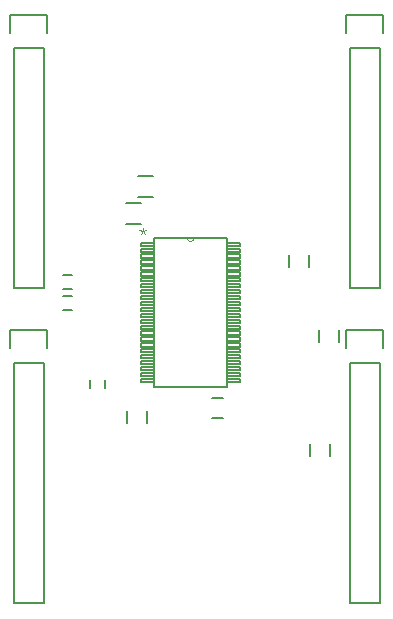
<source format=gbr>
G04 #@! TF.FileFunction,Legend,Top*
%FSLAX46Y46*%
G04 Gerber Fmt 4.6, Leading zero omitted, Abs format (unit mm)*
G04 Created by KiCad (PCBNEW (2015-07-25 BZR 5993)-product) date Fri 31 Jul 2015 06:39:50 PM PDT*
%MOMM*%
G01*
G04 APERTURE LIST*
%ADD10C,0.100000*%
%ADD11C,0.150000*%
%ADD12C,0.152400*%
%ADD13C,0.076200*%
G04 APERTURE END LIST*
D10*
D11*
X215304000Y-73160000D02*
X215304000Y-74160000D01*
X217004000Y-74160000D02*
X217004000Y-73160000D01*
X217844000Y-79510000D02*
X217844000Y-80510000D01*
X219544000Y-80510000D02*
X219544000Y-79510000D01*
X217082000Y-89162000D02*
X217082000Y-90162000D01*
X218782000Y-90162000D02*
X218782000Y-89162000D01*
X203288000Y-87368000D02*
X203288000Y-86368000D01*
X201588000Y-86368000D02*
X201588000Y-87368000D01*
X208796000Y-86956000D02*
X209796000Y-86956000D01*
X209796000Y-85256000D02*
X208796000Y-85256000D01*
X194564000Y-55626000D02*
X194564000Y-75946000D01*
X194564000Y-75946000D02*
X192024000Y-75946000D01*
X192024000Y-75946000D02*
X192024000Y-55626000D01*
X194844000Y-52806000D02*
X194844000Y-54356000D01*
X194564000Y-55626000D02*
X192024000Y-55626000D01*
X191744000Y-54356000D02*
X191744000Y-52806000D01*
X191744000Y-52806000D02*
X194844000Y-52806000D01*
X194564000Y-82296000D02*
X194564000Y-102616000D01*
X194564000Y-102616000D02*
X192024000Y-102616000D01*
X192024000Y-102616000D02*
X192024000Y-82296000D01*
X194844000Y-79476000D02*
X194844000Y-81026000D01*
X194564000Y-82296000D02*
X192024000Y-82296000D01*
X191744000Y-81026000D02*
X191744000Y-79476000D01*
X191744000Y-79476000D02*
X194844000Y-79476000D01*
X223012000Y-55626000D02*
X223012000Y-75946000D01*
X223012000Y-75946000D02*
X220472000Y-75946000D01*
X220472000Y-75946000D02*
X220472000Y-55626000D01*
X223292000Y-52806000D02*
X223292000Y-54356000D01*
X223012000Y-55626000D02*
X220472000Y-55626000D01*
X220192000Y-54356000D02*
X220192000Y-52806000D01*
X220192000Y-52806000D02*
X223292000Y-52806000D01*
X223012000Y-82296000D02*
X223012000Y-102616000D01*
X223012000Y-102616000D02*
X220472000Y-102616000D01*
X220472000Y-102616000D02*
X220472000Y-82296000D01*
X223292000Y-79476000D02*
X223292000Y-81026000D01*
X223012000Y-82296000D02*
X220472000Y-82296000D01*
X220192000Y-81026000D02*
X220192000Y-79476000D01*
X220192000Y-79476000D02*
X223292000Y-79476000D01*
X201584000Y-68721000D02*
X202784000Y-68721000D01*
X202784000Y-70471000D02*
X201584000Y-70471000D01*
X202600000Y-66435000D02*
X203800000Y-66435000D01*
X203800000Y-68185000D02*
X202600000Y-68185000D01*
D12*
X203911200Y-72364600D02*
X203911200Y-72085200D01*
X203911200Y-72085200D02*
X202844400Y-72085200D01*
X202844400Y-72085200D02*
X202844400Y-72364600D01*
X202844400Y-72364600D02*
X203911200Y-72364600D01*
X203911200Y-72872600D02*
X203911200Y-72593200D01*
X203911200Y-72593200D02*
X202844400Y-72593200D01*
X202844400Y-72593200D02*
X202844400Y-72872600D01*
X202844400Y-72872600D02*
X203911200Y-72872600D01*
X203911200Y-73355200D02*
X203911200Y-73075800D01*
X203911200Y-73075800D02*
X202844400Y-73075800D01*
X202844400Y-73075800D02*
X202844400Y-73355200D01*
X202844400Y-73355200D02*
X203911200Y-73355200D01*
X203911200Y-73863200D02*
X203911200Y-73583800D01*
X203911200Y-73583800D02*
X202844400Y-73583800D01*
X202844400Y-73583800D02*
X202844400Y-73863200D01*
X202844400Y-73863200D02*
X203911200Y-73863200D01*
X203911200Y-74371200D02*
X203911200Y-74091800D01*
X203911200Y-74091800D02*
X202844400Y-74091800D01*
X202844400Y-74091800D02*
X202844400Y-74371200D01*
X202844400Y-74371200D02*
X203911200Y-74371200D01*
X203911200Y-74879200D02*
X203911200Y-74599800D01*
X203911200Y-74599800D02*
X202844400Y-74599800D01*
X202844400Y-74599800D02*
X202844400Y-74879200D01*
X202844400Y-74879200D02*
X203911200Y-74879200D01*
X203911200Y-75361800D02*
X203911200Y-75082400D01*
X203911200Y-75082400D02*
X202844400Y-75082400D01*
X202844400Y-75082400D02*
X202844400Y-75361800D01*
X202844400Y-75361800D02*
X203911200Y-75361800D01*
X203911200Y-75869800D02*
X203911200Y-75590400D01*
X203911200Y-75590400D02*
X202844400Y-75590400D01*
X202844400Y-75590400D02*
X202844400Y-75869800D01*
X202844400Y-75869800D02*
X203911200Y-75869800D01*
X203911200Y-76377800D02*
X203911200Y-76098400D01*
X203911200Y-76098400D02*
X202844400Y-76098400D01*
X202844400Y-76098400D02*
X202844400Y-76377800D01*
X202844400Y-76377800D02*
X203911200Y-76377800D01*
X203911200Y-76860400D02*
X203911200Y-76581000D01*
X203911200Y-76581000D02*
X202844400Y-76581000D01*
X202844400Y-76581000D02*
X202844400Y-76860400D01*
X202844400Y-76860400D02*
X203911200Y-76860400D01*
X203911200Y-77368400D02*
X203911200Y-77089000D01*
X203911200Y-77089000D02*
X202844400Y-77089000D01*
X202844400Y-77089000D02*
X202844400Y-77368400D01*
X202844400Y-77368400D02*
X203911200Y-77368400D01*
X203911200Y-77876400D02*
X203911200Y-77597000D01*
X203911200Y-77597000D02*
X202844400Y-77597000D01*
X202844400Y-77597000D02*
X202844400Y-77876400D01*
X202844400Y-77876400D02*
X203911200Y-77876400D01*
X203911200Y-78359000D02*
X203911200Y-78079600D01*
X203911200Y-78079600D02*
X202844400Y-78079600D01*
X202844400Y-78079600D02*
X202844400Y-78359000D01*
X202844400Y-78359000D02*
X203911200Y-78359000D01*
X203911200Y-78867000D02*
X203911200Y-78587600D01*
X203911200Y-78587600D02*
X202844400Y-78587600D01*
X202844400Y-78587600D02*
X202844400Y-78867000D01*
X202844400Y-78867000D02*
X203911200Y-78867000D01*
X203911200Y-79375000D02*
X203911200Y-79095600D01*
X203911200Y-79095600D02*
X202844400Y-79095600D01*
X202844400Y-79095600D02*
X202844400Y-79375000D01*
X202844400Y-79375000D02*
X203911200Y-79375000D01*
X203911200Y-79857600D02*
X203911200Y-79578200D01*
X203911200Y-79578200D02*
X202844400Y-79578200D01*
X202844400Y-79578200D02*
X202844400Y-79857600D01*
X202844400Y-79857600D02*
X203911200Y-79857600D01*
X203911200Y-80365600D02*
X203911200Y-80086200D01*
X203911200Y-80086200D02*
X202844400Y-80086200D01*
X202844400Y-80086200D02*
X202844400Y-80365600D01*
X202844400Y-80365600D02*
X203911200Y-80365600D01*
X203911200Y-80873600D02*
X203911200Y-80594200D01*
X203911200Y-80594200D02*
X202844400Y-80594200D01*
X202844400Y-80594200D02*
X202844400Y-80873600D01*
X202844400Y-80873600D02*
X203911200Y-80873600D01*
X203911200Y-81356200D02*
X203911200Y-81076800D01*
X203911200Y-81076800D02*
X202844400Y-81076800D01*
X202844400Y-81076800D02*
X202844400Y-81356200D01*
X202844400Y-81356200D02*
X203911200Y-81356200D01*
X203911200Y-81864200D02*
X203911200Y-81584800D01*
X203911200Y-81584800D02*
X202844400Y-81584800D01*
X202844400Y-81584800D02*
X202844400Y-81864200D01*
X202844400Y-81864200D02*
X203911200Y-81864200D01*
X203911200Y-82372200D02*
X203911200Y-82092800D01*
X203911200Y-82092800D02*
X202844400Y-82092800D01*
X202844400Y-82092800D02*
X202844400Y-82372200D01*
X202844400Y-82372200D02*
X203911200Y-82372200D01*
X203911200Y-82880200D02*
X203911200Y-82600800D01*
X203911200Y-82600800D02*
X202844400Y-82600800D01*
X202844400Y-82600800D02*
X202844400Y-82880200D01*
X202844400Y-82880200D02*
X203911200Y-82880200D01*
X203911200Y-83362800D02*
X203911200Y-83083400D01*
X203911200Y-83083400D02*
X202844400Y-83083400D01*
X202844400Y-83083400D02*
X202844400Y-83362800D01*
X202844400Y-83362800D02*
X203911200Y-83362800D01*
X203911200Y-83870800D02*
X203911200Y-83591400D01*
X203911200Y-83591400D02*
X202844400Y-83591400D01*
X202844400Y-83591400D02*
X202844400Y-83870800D01*
X202844400Y-83870800D02*
X203911200Y-83870800D01*
X210108800Y-83591400D02*
X210108800Y-83870800D01*
X210108800Y-83870800D02*
X211175600Y-83870800D01*
X211175600Y-83870800D02*
X211175600Y-83591400D01*
X211175600Y-83591400D02*
X210108800Y-83591400D01*
X210108800Y-83083400D02*
X210108800Y-83362800D01*
X210108800Y-83362800D02*
X211175600Y-83362800D01*
X211175600Y-83362800D02*
X211175600Y-83083400D01*
X211175600Y-83083400D02*
X210108800Y-83083400D01*
X210108800Y-82600800D02*
X210108800Y-82880200D01*
X210108800Y-82880200D02*
X211175600Y-82880200D01*
X211175600Y-82880200D02*
X211175600Y-82600800D01*
X211175600Y-82600800D02*
X210108800Y-82600800D01*
X210108800Y-82092800D02*
X210108800Y-82372200D01*
X210108800Y-82372200D02*
X211175600Y-82372200D01*
X211175600Y-82372200D02*
X211175600Y-82092800D01*
X211175600Y-82092800D02*
X210108800Y-82092800D01*
X210108800Y-81584800D02*
X210108800Y-81864200D01*
X210108800Y-81864200D02*
X211175600Y-81864200D01*
X211175600Y-81864200D02*
X211175600Y-81584800D01*
X211175600Y-81584800D02*
X210108800Y-81584800D01*
X210108800Y-81076800D02*
X210108800Y-81356200D01*
X210108800Y-81356200D02*
X211175600Y-81356200D01*
X211175600Y-81356200D02*
X211175600Y-81076800D01*
X211175600Y-81076800D02*
X210108800Y-81076800D01*
X210108800Y-80594200D02*
X210108800Y-80873600D01*
X210108800Y-80873600D02*
X211175600Y-80873600D01*
X211175600Y-80873600D02*
X211175600Y-80594200D01*
X211175600Y-80594200D02*
X210108800Y-80594200D01*
X210108800Y-80086200D02*
X210108800Y-80365600D01*
X210108800Y-80365600D02*
X211175600Y-80365600D01*
X211175600Y-80365600D02*
X211175600Y-80086200D01*
X211175600Y-80086200D02*
X210108800Y-80086200D01*
X210108800Y-79578200D02*
X210108800Y-79857600D01*
X210108800Y-79857600D02*
X211175600Y-79857600D01*
X211175600Y-79857600D02*
X211175600Y-79578200D01*
X211175600Y-79578200D02*
X210108800Y-79578200D01*
X210108800Y-79095600D02*
X210108800Y-79375000D01*
X210108800Y-79375000D02*
X211175600Y-79375000D01*
X211175600Y-79375000D02*
X211175600Y-79095600D01*
X211175600Y-79095600D02*
X210108800Y-79095600D01*
X210108800Y-78587600D02*
X210108800Y-78867000D01*
X210108800Y-78867000D02*
X211175600Y-78867000D01*
X211175600Y-78867000D02*
X211175600Y-78587600D01*
X211175600Y-78587600D02*
X210108800Y-78587600D01*
X210108800Y-78079600D02*
X210108800Y-78359000D01*
X210108800Y-78359000D02*
X211175600Y-78359000D01*
X211175600Y-78359000D02*
X211175600Y-78079600D01*
X211175600Y-78079600D02*
X210108800Y-78079600D01*
X210108800Y-77597000D02*
X210108800Y-77876400D01*
X210108800Y-77876400D02*
X211175600Y-77876400D01*
X211175600Y-77876400D02*
X211175600Y-77597000D01*
X211175600Y-77597000D02*
X210108800Y-77597000D01*
X210108800Y-77089000D02*
X210108800Y-77368400D01*
X210108800Y-77368400D02*
X211175600Y-77368400D01*
X211175600Y-77368400D02*
X211175600Y-77089000D01*
X211175600Y-77089000D02*
X210108800Y-77089000D01*
X210108800Y-76581000D02*
X210108800Y-76860400D01*
X210108800Y-76860400D02*
X211175600Y-76860400D01*
X211175600Y-76860400D02*
X211175600Y-76581000D01*
X211175600Y-76581000D02*
X210108800Y-76581000D01*
X210108800Y-76098400D02*
X210108800Y-76377800D01*
X210108800Y-76377800D02*
X211175600Y-76377800D01*
X211175600Y-76377800D02*
X211175600Y-76098400D01*
X211175600Y-76098400D02*
X210108800Y-76098400D01*
X210108800Y-75590400D02*
X210108800Y-75869800D01*
X210108800Y-75869800D02*
X211175600Y-75869800D01*
X211175600Y-75869800D02*
X211175600Y-75590400D01*
X211175600Y-75590400D02*
X210108800Y-75590400D01*
X210108800Y-75082400D02*
X210108800Y-75361800D01*
X210108800Y-75361800D02*
X211175600Y-75361800D01*
X211175600Y-75361800D02*
X211175600Y-75082400D01*
X211175600Y-75082400D02*
X210108800Y-75082400D01*
X210108800Y-74599800D02*
X210108800Y-74879200D01*
X210108800Y-74879200D02*
X211175600Y-74879200D01*
X211175600Y-74879200D02*
X211175600Y-74599800D01*
X211175600Y-74599800D02*
X210108800Y-74599800D01*
X210108800Y-74091800D02*
X210108800Y-74371200D01*
X210108800Y-74371200D02*
X211175600Y-74371200D01*
X211175600Y-74371200D02*
X211175600Y-74091800D01*
X211175600Y-74091800D02*
X210108800Y-74091800D01*
X210108800Y-73583800D02*
X210108800Y-73863200D01*
X210108800Y-73863200D02*
X211175600Y-73863200D01*
X211175600Y-73863200D02*
X211175600Y-73583800D01*
X211175600Y-73583800D02*
X210108800Y-73583800D01*
X210108800Y-73075800D02*
X210108800Y-73355200D01*
X210108800Y-73355200D02*
X211175600Y-73355200D01*
X211175600Y-73355200D02*
X211175600Y-73075800D01*
X211175600Y-73075800D02*
X210108800Y-73075800D01*
X210108800Y-72593200D02*
X210108800Y-72872600D01*
X210108800Y-72872600D02*
X211175600Y-72872600D01*
X211175600Y-72872600D02*
X211175600Y-72593200D01*
X211175600Y-72593200D02*
X210108800Y-72593200D01*
X210108800Y-72085200D02*
X210108800Y-72364600D01*
X210108800Y-72364600D02*
X211175600Y-72364600D01*
X211175600Y-72364600D02*
X211175600Y-72085200D01*
X211175600Y-72085200D02*
X210108800Y-72085200D01*
X203911200Y-84277200D02*
X210108800Y-84277200D01*
X210108800Y-84277200D02*
X210108800Y-71678800D01*
X210108800Y-71678800D02*
X207314800Y-71678800D01*
X207314800Y-71678800D02*
X206705200Y-71678800D01*
X206705200Y-71678800D02*
X203911200Y-71678800D01*
X203911200Y-71678800D02*
X203911200Y-84277200D01*
D10*
X206705200Y-71678800D02*
G75*
G03X207314800Y-71678800I304800J0D01*
G01*
D11*
X196946000Y-77816000D02*
X196246000Y-77816000D01*
X196246000Y-76616000D02*
X196946000Y-76616000D01*
X196946000Y-76038000D02*
X196246000Y-76038000D01*
X196246000Y-74838000D02*
X196946000Y-74838000D01*
X199736000Y-83724000D02*
X199736000Y-84424000D01*
X198536000Y-84424000D02*
X198536000Y-83724000D01*
D13*
X202973819Y-70821248D02*
X202973819Y-71108510D01*
X202686557Y-70993605D02*
X202973819Y-71108510D01*
X203261081Y-70993605D01*
X202801462Y-71338319D02*
X202973819Y-71108510D01*
X203146176Y-71338319D01*
M02*

</source>
